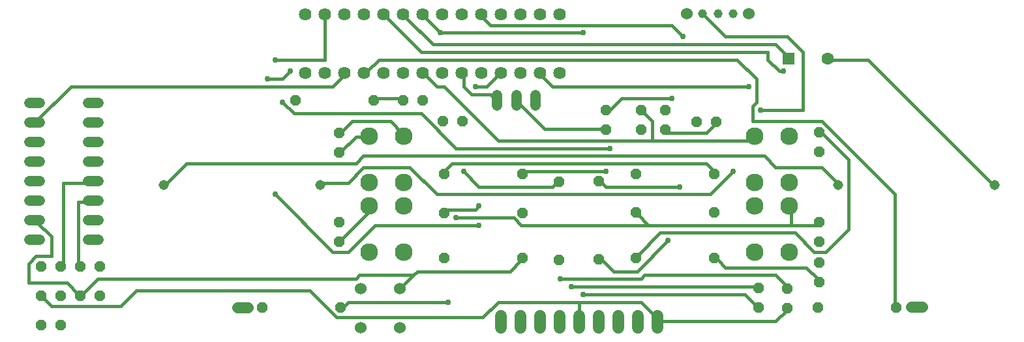
<source format=gbr>
G04 EAGLE Gerber RS-274X export*
G75*
%MOMM*%
%FSLAX34Y34*%
%LPD*%
%INBottom Copper*%
%IPPOS*%
%AMOC8*
5,1,8,0,0,1.08239X$1,22.5*%
G01*
%ADD10P,1.429621X8X112.500000*%
%ADD11C,2.300000*%
%ADD12C,1.600000*%
%ADD13R,1.600000X1.600000*%
%ADD14P,1.429621X8X202.500000*%
%ADD15P,1.429621X8X22.500000*%
%ADD16C,1.524000*%
%ADD17C,1.320800*%
%ADD18C,1.524000*%
%ADD19C,1.625600*%
%ADD20C,1.158000*%
%ADD21P,1.429621X8X292.500000*%
%ADD22C,1.308000*%
%ADD23C,1.408000*%
%ADD24C,0.381000*%
%ADD25C,0.756400*%


D10*
X-311800Y133400D03*
X-311800Y158800D03*
X311400Y133400D03*
X311400Y158800D03*
X311400Y250100D03*
X311400Y275500D03*
X-311600Y249300D03*
X-311600Y274700D03*
X270200Y47500D03*
X270200Y72900D03*
X232900Y47700D03*
X232900Y73100D03*
X311400Y81200D03*
X311400Y106600D03*
D11*
X-272700Y119800D03*
X-227700Y119800D03*
X-272700Y179800D03*
X-227700Y179800D03*
X228000Y120400D03*
X273000Y120400D03*
X228000Y180400D03*
X273000Y180400D03*
X227800Y210400D03*
X272800Y210400D03*
X227800Y270400D03*
X272800Y270400D03*
X-272400Y210400D03*
X-227400Y210400D03*
X-272400Y270400D03*
X-227400Y270400D03*
D12*
X322200Y371600D03*
D13*
X271400Y371600D03*
D14*
X-151300Y290300D03*
X-176700Y290300D03*
D15*
X152100Y289100D03*
X177500Y289100D03*
D16*
X-233100Y21400D03*
X-283900Y21400D03*
X-283900Y72200D03*
X-233100Y72200D03*
D17*
X-81400Y310496D02*
X-81400Y323704D01*
X-56400Y323704D02*
X-56400Y310496D01*
X-106400Y310496D02*
X-106400Y323704D01*
D10*
X-26200Y109900D03*
X-26200Y211500D03*
X25500Y110400D03*
X25500Y212000D03*
D14*
X-73700Y112000D03*
X-175300Y112000D03*
X175300Y172000D03*
X73700Y172000D03*
X175300Y112000D03*
X73700Y112000D03*
X-73700Y171200D03*
X-175300Y171200D03*
D15*
X-175300Y221200D03*
X-73700Y221200D03*
D14*
X175300Y221200D03*
X73700Y221200D03*
D18*
X-101600Y37320D02*
X-101600Y22080D01*
X-76200Y22080D02*
X-76200Y37320D01*
X-50800Y37320D02*
X-50800Y22080D01*
X-25400Y22080D02*
X-25400Y37320D01*
X0Y37320D02*
X0Y22080D01*
X25400Y22080D02*
X25400Y37320D01*
X50800Y37320D02*
X50800Y22080D01*
X76200Y22080D02*
X76200Y37320D01*
X101600Y37320D02*
X101600Y22080D01*
D19*
X-355300Y352800D03*
X-329900Y352800D03*
X-304500Y352800D03*
X-279100Y352800D03*
X-253700Y352800D03*
X-228300Y352800D03*
X-202900Y352800D03*
X-177500Y352800D03*
X-152100Y352800D03*
X-126700Y352800D03*
X-101300Y352800D03*
X-75900Y352800D03*
X-50500Y352800D03*
X-25100Y352800D03*
X-25100Y429000D03*
X-50500Y429000D03*
X-75900Y429000D03*
X-101300Y429000D03*
X-126700Y429000D03*
X-152100Y429000D03*
X-177500Y429000D03*
X-202900Y429000D03*
X-228300Y429000D03*
X-253700Y429000D03*
X-279100Y429000D03*
X-304500Y429000D03*
X-329900Y429000D03*
X-355300Y429000D03*
D16*
X140000Y430000D03*
D20*
X160000Y430000D03*
X180000Y430000D03*
X200000Y430000D03*
D16*
X220000Y430000D03*
D21*
X35100Y304600D03*
X35100Y279200D03*
X80800Y304400D03*
X80800Y279000D03*
D22*
X-336500Y207500D03*
X-539700Y207500D03*
X336500Y207500D03*
X539700Y207500D03*
D14*
X-266700Y317500D03*
X-368300Y317500D03*
D17*
X-624196Y135800D02*
X-637404Y135800D01*
X-637404Y161200D02*
X-624196Y161200D01*
X-624196Y288200D02*
X-637404Y288200D01*
X-637404Y313600D02*
X-624196Y313600D01*
X-624196Y186600D02*
X-637404Y186600D01*
X-637404Y212000D02*
X-624196Y212000D01*
X-624196Y262800D02*
X-637404Y262800D01*
X-637404Y237400D02*
X-624196Y237400D01*
X-700396Y313600D02*
X-713604Y313600D01*
X-713604Y288200D02*
X-700396Y288200D01*
X-700396Y262800D02*
X-713604Y262800D01*
X-713604Y237400D02*
X-700396Y237400D01*
X-700396Y212000D02*
X-713604Y212000D01*
X-713604Y186600D02*
X-700396Y186600D01*
X-700396Y161200D02*
X-713604Y161200D01*
X-713604Y135800D02*
X-700396Y135800D01*
D21*
X111600Y304800D03*
X111600Y279400D03*
D14*
X-622300Y101600D03*
X-647700Y101600D03*
X-673100Y101600D03*
X-698500Y101600D03*
D15*
X-698500Y63500D03*
X-673100Y63500D03*
D14*
X-622300Y63500D03*
X-647700Y63500D03*
D15*
X-698500Y25400D03*
X-673100Y25400D03*
D14*
X411400Y48300D03*
X309800Y48300D03*
D15*
X-411400Y48400D03*
X-309800Y48400D03*
D23*
X-429960Y48400D02*
X-444040Y48400D01*
X430960Y49200D02*
X445040Y49200D01*
D15*
X-228600Y317500D03*
X-203200Y317500D03*
D24*
X-150000Y225000D02*
X-130000Y205000D01*
X-35000Y205000D01*
X-30000Y210000D01*
X-26200Y211500D01*
D25*
X-150000Y225000D03*
D24*
X30000Y210000D02*
X35000Y205000D01*
X130000Y205000D01*
X30000Y210000D02*
X25500Y212000D01*
D25*
X130000Y205000D03*
D24*
X-685000Y140000D02*
X-705000Y160000D01*
X-685000Y140000D02*
X-685000Y115000D01*
X-705000Y115000D01*
X-715000Y105000D01*
X-715000Y80000D01*
X-665000Y80000D01*
X-650000Y65000D01*
X-705000Y160000D02*
X-707000Y161200D01*
X-650000Y65000D02*
X-647700Y63500D01*
X-215000Y90000D02*
X-210000Y95000D01*
X-215000Y90000D02*
X-230000Y75000D01*
X-210000Y95000D02*
X-90000Y95000D01*
X-75000Y110000D01*
X-230000Y75000D02*
X-233100Y72200D01*
X-75000Y110000D02*
X-73700Y112000D01*
X-625000Y85000D02*
X-645000Y65000D01*
X-625000Y85000D02*
X-290000Y85000D01*
X-285000Y90000D01*
X-215000Y90000D01*
X-645000Y65000D02*
X-647700Y63500D01*
X375000Y370000D02*
X535000Y210000D01*
X375000Y370000D02*
X325000Y370000D01*
X535000Y210000D02*
X539700Y207500D01*
X325000Y370000D02*
X322200Y371600D01*
X295000Y100000D02*
X310000Y85000D01*
X295000Y100000D02*
X190000Y100000D01*
X180000Y110000D01*
X310000Y85000D02*
X311400Y81200D01*
X180000Y110000D02*
X175300Y112000D01*
X165000Y275000D02*
X175000Y285000D01*
X165000Y275000D02*
X115000Y275000D01*
X175000Y285000D02*
X177500Y289100D01*
X115000Y275000D02*
X111600Y279400D01*
X-180000Y405000D02*
X-200000Y425000D01*
X-202900Y429000D01*
X-80000Y315000D02*
X-45000Y280000D01*
X35000Y280000D01*
X-80000Y315000D02*
X-81400Y317100D01*
X35000Y280000D02*
X35100Y279200D01*
X5000Y405000D02*
X-180000Y405000D01*
D25*
X-180000Y405000D03*
X5000Y405000D03*
D24*
X85000Y300000D02*
X95000Y290000D01*
X95000Y265000D01*
X220000Y265000D01*
X225000Y270000D01*
X85000Y300000D02*
X80800Y304400D01*
X225000Y270000D02*
X227800Y270400D01*
X-270000Y175000D02*
X-310000Y135000D01*
X-311800Y133400D01*
X-270000Y175000D02*
X-272700Y179800D01*
X-310000Y250000D02*
X-290000Y270000D01*
X-275000Y270000D01*
X-310000Y250000D02*
X-311600Y249300D01*
X-275000Y270000D02*
X-272400Y270400D01*
X-265000Y320000D02*
X-230000Y320000D01*
X-265000Y320000D02*
X-266700Y317500D01*
X-230000Y320000D02*
X-228600Y317500D01*
X-105000Y265000D02*
X95000Y265000D01*
X-105000Y265000D02*
X-175000Y335000D01*
X-185000Y335000D01*
X-200000Y350000D01*
X-202900Y352800D01*
X255000Y390000D02*
X270000Y375000D01*
X255000Y390000D02*
X-190000Y390000D01*
X-225000Y425000D01*
X270000Y375000D02*
X271400Y371600D01*
X-225000Y425000D02*
X-228300Y429000D01*
X30000Y110000D02*
X45000Y95000D01*
X75000Y95000D01*
X115000Y135000D01*
X135000Y400000D02*
X120000Y415000D01*
X-115000Y415000D01*
X-125000Y425000D01*
X25500Y110400D02*
X30000Y110000D01*
X-125000Y425000D02*
X-126700Y429000D01*
D25*
X115000Y135000D03*
X135000Y400000D03*
D24*
X75000Y170000D02*
X90000Y155000D01*
X275000Y155000D02*
X310000Y155000D01*
X275000Y155000D02*
X90000Y155000D01*
X75000Y170000D02*
X73700Y172000D01*
X310000Y155000D02*
X311400Y158800D01*
X-85000Y165000D02*
X-160000Y165000D01*
X-85000Y165000D02*
X-75000Y155000D01*
X90000Y155000D01*
X275000Y155000D02*
X275000Y180000D01*
X273000Y180400D01*
D25*
X-160000Y165000D03*
D24*
X75000Y115000D02*
X105000Y145000D01*
X280000Y145000D01*
X305000Y120000D01*
X320000Y120000D01*
X350000Y150000D01*
X350000Y240000D01*
X315000Y275000D01*
X75000Y115000D02*
X73700Y112000D01*
X311400Y275500D02*
X315000Y275000D01*
X-35000Y335000D02*
X-50000Y350000D01*
X-35000Y335000D02*
X220000Y335000D01*
X-50000Y350000D02*
X-50500Y352800D01*
D25*
X220000Y335000D03*
D24*
X-295000Y290000D02*
X-310000Y275000D01*
X-295000Y290000D02*
X-245000Y290000D01*
X-230000Y275000D01*
X-310000Y275000D02*
X-311600Y274700D01*
X-230000Y275000D02*
X-227400Y270400D01*
X-135000Y175000D02*
X-130000Y180000D01*
X-135000Y175000D02*
X-175000Y175000D01*
X-175300Y171200D01*
D25*
X-130000Y180000D03*
D24*
X-275000Y355000D02*
X-260000Y370000D01*
X205000Y370000D01*
X230000Y345000D01*
X230000Y315000D01*
X225000Y310000D01*
X225000Y290000D01*
X315000Y290000D01*
X410000Y195000D01*
X410000Y50000D01*
X-275000Y355000D02*
X-279100Y352800D01*
X410000Y50000D02*
X411400Y48300D01*
X-375000Y355000D02*
X-385000Y345000D01*
X-405000Y345000D01*
D25*
X-375000Y355000D03*
X-405000Y345000D03*
D24*
X255000Y90000D02*
X270000Y75000D01*
X255000Y90000D02*
X85000Y90000D01*
X80000Y85000D01*
X-25000Y85000D01*
X270000Y75000D02*
X270200Y72900D01*
D25*
X-25000Y85000D03*
D24*
X215000Y65000D02*
X230000Y50000D01*
X215000Y65000D02*
X5000Y65000D01*
X230000Y50000D02*
X232900Y47700D01*
D25*
X5000Y65000D03*
D24*
X-10000Y75000D02*
X230000Y75000D01*
X232900Y73100D01*
D25*
X-10000Y75000D03*
D24*
X35000Y225000D02*
X-70000Y225000D01*
X-73700Y221200D01*
X-330000Y370000D02*
X-330000Y425000D01*
X-330000Y370000D02*
X-395000Y370000D01*
X-395000Y195000D02*
X-320000Y120000D01*
X-300000Y120000D01*
X-265000Y155000D01*
X-130000Y155000D01*
X-330000Y425000D02*
X-329900Y429000D01*
D25*
X35000Y225000D03*
X-395000Y370000D03*
X-395000Y195000D03*
X-130000Y155000D03*
D24*
X-370000Y300000D02*
X-385000Y315000D01*
X-370000Y300000D02*
X-205000Y300000D01*
X-160000Y255000D01*
X40000Y255000D01*
D25*
X-385000Y315000D03*
X40000Y255000D03*
D24*
X-110000Y320000D02*
X-115000Y325000D01*
X-140000Y325000D01*
X-150000Y335000D01*
X-150000Y350000D01*
X-110000Y320000D02*
X-106400Y317100D01*
X-150000Y350000D02*
X-152100Y352800D01*
X160000Y430000D02*
X190000Y400000D01*
X270000Y400000D01*
X290000Y380000D01*
X290000Y305000D01*
X235000Y305000D01*
X200000Y225000D02*
X170000Y195000D01*
X-185000Y195000D01*
X-220000Y230000D01*
X-280000Y230000D01*
X-300000Y210000D01*
X-335000Y210000D01*
X-336500Y207500D01*
D25*
X235000Y305000D03*
X200000Y225000D03*
D24*
X55000Y320000D02*
X40000Y305000D01*
X55000Y320000D02*
X120000Y320000D01*
X40000Y305000D02*
X35100Y304600D01*
D25*
X120000Y320000D03*
D24*
X-510000Y235000D02*
X-535000Y210000D01*
X-510000Y235000D02*
X-290000Y235000D01*
X-280000Y245000D01*
X240000Y245000D01*
X255000Y230000D01*
X315000Y230000D01*
X335000Y210000D01*
X-535000Y210000D02*
X-539700Y207500D01*
X335000Y210000D02*
X336500Y207500D01*
X-165000Y235000D02*
X-175000Y225000D01*
X-165000Y235000D02*
X165000Y235000D01*
X175000Y225000D01*
X-175000Y225000D02*
X-175300Y221200D01*
X175000Y225000D02*
X175300Y221200D01*
X0Y55000D02*
X0Y29700D01*
X0Y55000D02*
X80000Y55000D01*
X105000Y30000D01*
X255000Y30000D02*
X270000Y45000D01*
X255000Y30000D02*
X105000Y30000D01*
X270000Y45000D02*
X270200Y47500D01*
X105000Y30000D02*
X101600Y29700D01*
X-685000Y50000D02*
X-698500Y63500D01*
X-685000Y50000D02*
X-595000Y50000D01*
X-575000Y70000D01*
X-350000Y70000D01*
X-315000Y35000D01*
X-125000Y35000D01*
X-105000Y55000D01*
X0Y55000D01*
X-650000Y105000D02*
X-650000Y185000D01*
X-635000Y185000D01*
X-650000Y105000D02*
X-647700Y101600D01*
X-635000Y185000D02*
X-630800Y186600D01*
X-670000Y210000D02*
X-670000Y105000D01*
X-670000Y210000D02*
X-635000Y210000D01*
X-670000Y105000D02*
X-673100Y101600D01*
X-635000Y210000D02*
X-630800Y212000D01*
X-705000Y290000D02*
X-660000Y335000D01*
X-320000Y335000D01*
X-305000Y350000D01*
X-705000Y290000D02*
X-707000Y288200D01*
X-305000Y350000D02*
X-304500Y352800D01*
X260000Y355000D02*
X265000Y355000D01*
X260000Y355000D02*
X245000Y370000D01*
X245000Y380000D01*
X-205000Y380000D01*
X-250000Y425000D01*
X-253700Y429000D01*
D25*
X265000Y355000D03*
D24*
X-300000Y55000D02*
X-305000Y50000D01*
X-300000Y55000D02*
X-170000Y55000D01*
X-135000Y335000D02*
X-120000Y335000D01*
X-105000Y350000D01*
X-305000Y50000D02*
X-309800Y48400D01*
X-105000Y350000D02*
X-101300Y352800D01*
D25*
X-170000Y55000D03*
X-135000Y335000D03*
M02*

</source>
